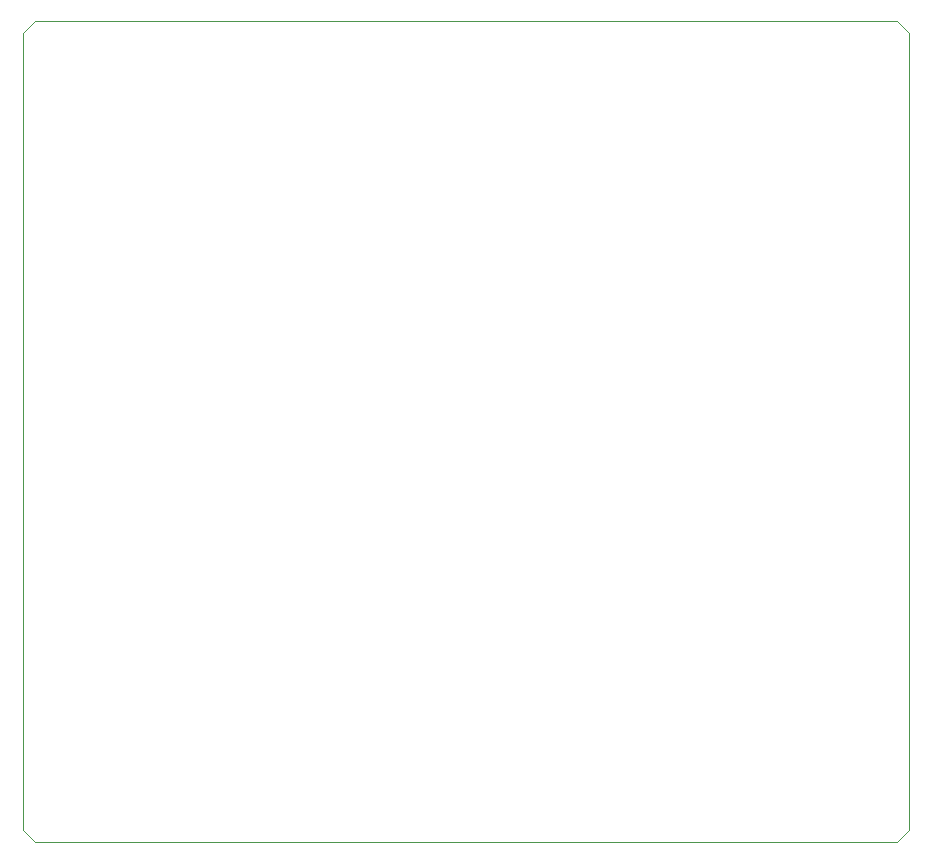
<source format=gbr>
%TF.GenerationSoftware,KiCad,Pcbnew,(6.0.5-0)*%
%TF.CreationDate,2023-11-24T08:12:00-08:00*%
%TF.ProjectId,pio-sp-clone,70696f2d-7370-42d6-936c-6f6e652e6b69,ISS01*%
%TF.SameCoordinates,Original*%
%TF.FileFunction,Profile,NP*%
%FSLAX46Y46*%
G04 Gerber Fmt 4.6, Leading zero omitted, Abs format (unit mm)*
G04 Created by KiCad (PCBNEW (6.0.5-0)) date 2023-11-24 08:12:00*
%MOMM*%
%LPD*%
G01*
G04 APERTURE LIST*
%TA.AperFunction,Profile*%
%ADD10C,0.100000*%
%TD*%
G04 APERTURE END LIST*
D10*
X111820000Y-131320000D02*
X110820000Y-130320000D01*
X185820000Y-130320000D02*
X184820000Y-131320000D01*
X110820000Y-62820000D02*
X111820000Y-61820000D01*
X184820000Y-61820000D02*
X185820000Y-62820000D01*
X111820000Y-61820000D02*
X184820000Y-61820000D01*
X184820000Y-131320000D02*
X111820000Y-131320000D01*
X185820000Y-62820000D02*
X185820000Y-130320000D01*
X110820000Y-130320000D02*
X110820000Y-62820000D01*
M02*

</source>
